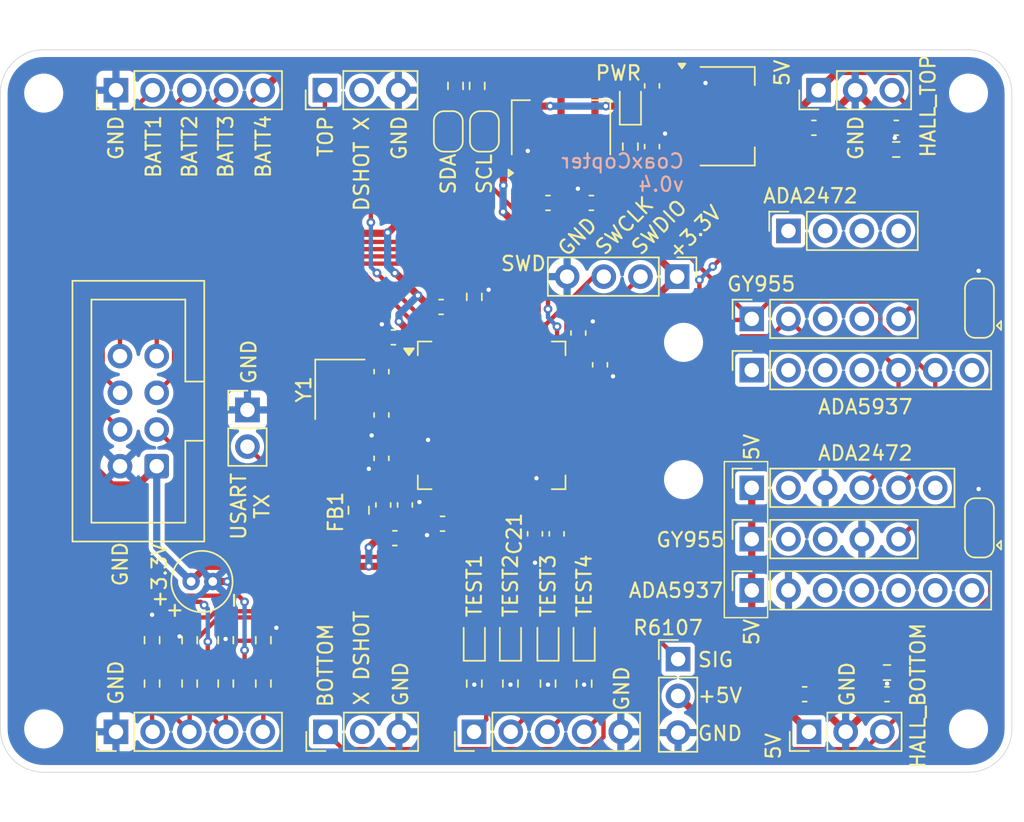
<source format=kicad_pcb>
(kicad_pcb
	(version 20241229)
	(generator "pcbnew")
	(generator_version "9.0")
	(general
		(thickness 1.6)
		(legacy_teardrops no)
	)
	(paper "A4")
	(layers
		(0 "F.Cu" signal)
		(2 "B.Cu" power)
		(9 "F.Adhes" user "F.Adhesive")
		(11 "B.Adhes" user "B.Adhesive")
		(13 "F.Paste" user)
		(15 "B.Paste" user)
		(5 "F.SilkS" user "F.Silkscreen")
		(7 "B.SilkS" user "B.Silkscreen")
		(1 "F.Mask" user)
		(3 "B.Mask" user)
		(17 "Dwgs.User" user "User.Drawings")
		(19 "Cmts.User" user "User.Comments")
		(21 "Eco1.User" user "User.Eco1")
		(23 "Eco2.User" user "User.Eco2")
		(25 "Edge.Cuts" user)
		(27 "Margin" user)
		(31 "F.CrtYd" user "F.Courtyard")
		(29 "B.CrtYd" user "B.Courtyard")
		(35 "F.Fab" user)
		(33 "B.Fab" user)
		(39 "User.1" user)
		(41 "User.2" user)
		(43 "User.3" user)
		(45 "User.4" user)
		(47 "User.5" user)
		(49 "User.6" user)
		(51 "User.7" user)
		(53 "User.8" user)
		(55 "User.9" user)
	)
	(setup
		(stackup
			(layer "F.SilkS"
				(type "Top Silk Screen")
			)
			(layer "F.Paste"
				(type "Top Solder Paste")
			)
			(layer "F.Mask"
				(type "Top Solder Mask")
				(thickness 0.01)
			)
			(layer "F.Cu"
				(type "copper")
				(thickness 0.035)
			)
			(layer "dielectric 1"
				(type "core")
				(thickness 1.51)
				(material "FR4")
				(epsilon_r 4.5)
				(loss_tangent 0.02)
			)
			(layer "B.Cu"
				(type "copper")
				(thickness 0.035)
			)
			(layer "B.Mask"
				(type "Bottom Solder Mask")
				(thickness 0.01)
			)
			(layer "B.Paste"
				(type "Bottom Solder Paste")
			)
			(layer "B.SilkS"
				(type "Bottom Silk Screen")
			)
			(copper_finish "None")
			(dielectric_constraints no)
		)
		(pad_to_mask_clearance 0)
		(allow_soldermask_bridges_in_footprints no)
		(tenting front back)
		(grid_origin 100 85)
		(pcbplotparams
			(layerselection 0x00000000_00000000_55555555_5755f5ff)
			(plot_on_all_layers_selection 0x00000000_00000000_00000000_00000000)
			(disableapertmacros no)
			(usegerberextensions no)
			(usegerberattributes yes)
			(usegerberadvancedattributes yes)
			(creategerberjobfile no)
			(dashed_line_dash_ratio 12.000000)
			(dashed_line_gap_ratio 3.000000)
			(svgprecision 4)
			(plotframeref no)
			(mode 1)
			(useauxorigin no)
			(hpglpennumber 1)
			(hpglpenspeed 20)
			(hpglpendiameter 15.000000)
			(pdf_front_fp_property_popups yes)
			(pdf_back_fp_property_popups yes)
			(pdf_metadata yes)
			(pdf_single_document no)
			(dxfpolygonmode yes)
			(dxfimperialunits yes)
			(dxfusepcbnewfont yes)
			(psnegative no)
			(psa4output no)
			(plot_black_and_white yes)
			(sketchpadsonfab no)
			(plotpadnumbers no)
			(hidednponfab no)
			(sketchdnponfab yes)
			(crossoutdnponfab yes)
			(subtractmaskfromsilk no)
			(outputformat 1)
			(mirror no)
			(drillshape 0)
			(scaleselection 1)
			(outputdirectory "manufacturing/")
		)
	)
	(net 0 "")
	(net 1 "+3.3V")
	(net 2 "GND")
	(net 3 "+3.3VA")
	(net 4 "/HSE_IN")
	(net 5 "/HSE_OUT")
	(net 6 "Net-(D1-K)")
	(net 7 "/SWDIO")
	(net 8 "/SWCLK")
	(net 9 "/MISO")
	(net 10 "/SCK")
	(net 11 "/BATT_V1")
	(net 12 "/BATT_V2")
	(net 13 "/BATT_V3")
	(net 14 "/BATT_V4")
	(net 15 "/BATT_VOLT")
	(net 16 "+5V")
	(net 17 "/HallS_Top")
	(net 18 "/HallS_Bottom")
	(net 19 "/MOSI")
	(net 20 "/DShot_Top")
	(net 21 "/DShot_Bottom")
	(net 22 "/SCL")
	(net 23 "/SDA")
	(net 24 "Net-(BATT1-Pin_2)")
	(net 25 "Net-(BATT1-Pin_4)")
	(net 26 "Net-(BATT1-Pin_3)")
	(net 27 "unconnected-(ADA2472_1-Pin_6-Pad6)")
	(net 28 "unconnected-(ESC_BOTTOM1-Pin_2-Pad2)")
	(net 29 "unconnected-(ESC_TOP1-Pin_2-Pad2)")
	(net 30 "/GY-955_SI")
	(net 31 "/GY-955_SR")
	(net 32 "Net-(D2-K)")
	(net 33 "Net-(D3-K)")
	(net 34 "Net-(D4-K)")
	(net 35 "Net-(D5-K)")
	(net 36 "/nRF24L01_CE")
	(net 37 "/nRF24L01_IRQ")
	(net 38 "/nRF24L01_CSN")
	(net 39 "unconnected-(ADA2472_1-Pin_2-Pad2)")
	(net 40 "unconnected-(U1-PA9-Pad42)")
	(net 41 "unconnected-(U1-PA2-Pad16)")
	(net 42 "unconnected-(U1-PC14-Pad3)")
	(net 43 "unconnected-(U1-PC13-Pad2)")
	(net 44 "unconnected-(ADA2472_2-Pin_3-Pad3)")
	(net 45 "unconnected-(ADA2472_2-Pin_1-Pad1)")
	(net 46 "unconnected-(ADA2472_2-Pin_4-Pad4)")
	(net 47 "unconnected-(ADA2472_2-Pin_2-Pad2)")
	(net 48 "unconnected-(ADA5937_1-Pin_7-Pad7)")
	(net 49 "unconnected-(ADA5937_1-Pin_5-Pad5)")
	(net 50 "unconnected-(ADA5937_1-Pin_6-Pad6)")
	(net 51 "unconnected-(ADA5937_1-Pin_3-Pad3)")
	(net 52 "unconnected-(ADA5937_1-Pin_4-Pad4)")
	(net 53 "unconnected-(ADA5937_2-Pin_7-Pad7)")
	(net 54 "unconnected-(ADA5937_2-Pin_3-Pad3)")
	(net 55 "unconnected-(ADA5937_2-Pin_1-Pad1)")
	(net 56 "unconnected-(ADA5937_2-Pin_2-Pad2)")
	(net 57 "unconnected-(ADA5937_2-Pin_4-Pad4)")
	(net 58 "/NRST")
	(net 59 "/TEST1")
	(net 60 "/TEST2")
	(net 61 "/TEST3")
	(net 62 "/TEST4")
	(net 63 "unconnected-(GY-955_1-Pin_3-Pad3)")
	(net 64 "unconnected-(GY-955_1-Pin_2-Pad2)")
	(net 65 "unconnected-(GY-955_2-Pin_4-Pad4)")
	(net 66 "unconnected-(GY-955_2-Pin_3-Pad3)")
	(net 67 "/BOOT0")
	(net 68 "/R6107")
	(net 69 "Net-(JP3-B)")
	(net 70 "Net-(JP4-B)")
	(net 71 "unconnected-(U1-PB9-Pad62)")
	(net 72 "unconnected-(U1-PB4-Pad56)")
	(net 73 "unconnected-(U1-PA10-Pad43)")
	(net 74 "unconnected-(U1-PB15-Pad36)")
	(net 75 "unconnected-(U1-PA4-Pad20)")
	(net 76 "Net-(U1-VCAP_1)")
	(net 77 "unconnected-(U1-PB14-Pad35)")
	(net 78 "unconnected-(U1-PB6-Pad58)")
	(net 79 "unconnected-(U1-PC0-Pad8)")
	(net 80 "unconnected-(U1-PB3-Pad55)")
	(net 81 "unconnected-(U1-PA1-Pad15)")
	(net 82 "unconnected-(U1-PA12-Pad45)")
	(net 83 "unconnected-(U1-PC3-Pad11)")
	(net 84 "unconnected-(U1-PB10-Pad29)")
	(net 85 "unconnected-(U1-PC7-Pad38)")
	(net 86 "unconnected-(U1-PB7-Pad59)")
	(net 87 "unconnected-(U1-PB5-Pad57)")
	(net 88 "unconnected-(U1-PD2-Pad54)")
	(net 89 "unconnected-(U1-PC2-Pad10)")
	(net 90 "unconnected-(U1-PC15-Pad4)")
	(net 91 "unconnected-(U1-PB8-Pad61)")
	(net 92 "/USART4_TX")
	(footprint "Capacitor_SMD:C_0603_1608Metric" (layer "F.Cu") (at 161.36 104.6))
	(footprint "MountingHole:MountingHole_2.2mm_M2_DIN965" (layer "F.Cu") (at 167 107))
	(footprint "Connector_PinHeader_2.54mm:PinHeader_1x03_P2.54mm_Vertical" (layer "F.Cu") (at 156.62 62.8 90))
	(footprint "Capacitor_SMD:C_0603_1608Metric" (layer "F.Cu") (at 126.375 82.275 -90))
	(footprint "Jumper:SolderJumper-3_P1.3mm_Open_RoundedPad1.0x1.5mm" (layer "F.Cu") (at 167.7575 93.085 90))
	(footprint "Jumper:SolderJumper-3_P1.3mm_Open_RoundedPad1.0x1.5mm" (layer "F.Cu") (at 167.7575 77.885 90))
	(footprint "Package_TO_SOT_SMD:SOT-223-3_TabPin2" (layer "F.Cu") (at 150.3 64.6))
	(footprint "Connector_PinHeader_2.54mm:PinHeader_1x03_P2.54mm_Vertical" (layer "F.Cu") (at 146.9 102.175))
	(footprint "Capacitor_SMD:C_0603_1608Metric" (layer "F.Cu") (at 127.3 93.8))
	(footprint "Resistor_SMD:R_0603_1608Metric" (layer "F.Cu") (at 161.36 103.1))
	(footprint "MountingHole:MountingHole_2.2mm_M2_DIN965" (layer "F.Cu") (at 147.28 89.75))
	(footprint "Capacitor_THT:C_Radial_D4.0mm_H7.0mm_P1.50mm" (layer "F.Cu") (at 114.7 96.8 180))
	(footprint "Capacitor_SMD:C_0603_1608Metric" (layer "F.Cu") (at 140 79.6 90))
	(footprint "LED_SMD:LED_0603_1608Metric" (layer "F.Cu") (at 132.8 100.8 90))
	(footprint "Capacitor_SMD:C_0603_1608Metric" (layer "F.Cu") (at 155.66 104.6))
	(footprint "Resistor_SMD:R_0603_1608Metric" (layer "F.Cu") (at 118.2 103.86 90))
	(footprint "Capacitor_SMD:C_0603_1608Metric" (layer "F.Cu") (at 130.5 77.8))
	(footprint "Resistor_SMD:R_0603_1608Metric" (layer "F.Cu") (at 115.6 103.86 90))
	(footprint "Connector_PinSocket_2.54mm:PinSocket_1x06_P2.54mm_Vertical" (layer "F.Cu") (at 152 90.315 90))
	(footprint "Connector_PinSocket_2.54mm:PinSocket_1x04_P2.54mm_Vertical" (layer "F.Cu") (at 154.54 72.535 90))
	(footprint "Resistor_SMD:R_0603_1608Metric" (layer "F.Cu") (at 162 66.9))
	(footprint "Resistor_SMD:R_0603_1608Metric" (layer "F.Cu") (at 118.2 100.86 -90))
	(footprint "MountingHole:MountingHole_2.2mm_M2_DIN965" (layer "F.Cu") (at 167 63))
	(footprint "Connector_PinHeader_2.54mm:PinHeader_1x05_P2.54mm_Vertical" (layer "F.Cu") (at 108 107.2 90))
	(footprint "Capacitor_SMD:C_0603_1608Metric" (layer "F.Cu") (at 126.375 88.275 90))
	(footprint "Resistor_SMD:R_0603_1608Metric" (layer "F.Cu") (at 131.5 62.5 90))
	(footprint "Crystal:Crystal_SMD_3225-4Pin_3.2x2.5mm" (layer "F.Cu") (at 123.5 83.5 -90))
	(footprint "Capacitor_SMD:C_0603_1608Metric" (layer "F.Cu") (at 162 65.4))
	(footprint "Connector_PinSocket_2.54mm:PinSocket_1x07_P2.54mm_Vertical" (layer "F.Cu") (at 152 97.415 90))
	(footprint "MountingHole:MountingHole_2.2mm_M2_DIN965" (layer "F.Cu") (at 147.28 80.25))
	(footprint "Jumper:SolderJumper-2_P1.3mm_Open_RoundedPad1.0x1.5mm" (layer "F.Cu") (at 133.5 65.65 90))
	(footprint "Capacitor_SMD:C_0603_1608Metric" (layer "F.Cu") (at 141.5 81.8 -90))
	(footprint "Resistor_SMD:R_0603_1608Metric" (layer "F.Cu") (at 110.5 103.86 -90))
	(footprint "Resistor_SMD:R_0603_1608Metric" (layer "F.Cu") (at 113.1 100.86 -90))
	(footprint "Resistor_SMD:R_0603_1608Metric" (layer "F.Cu") (at 132.8 77.1 -90))
	(footprint "Capacitor_SMD:C_0603_1608Metric" (layer "F.Cu") (at 137 93.5 90))
	(footprint "MountingHole:MountingHole_2.2mm_M2_DIN965" (layer "F.Cu") (at 103 63))
	(footprint "Connector_PinHeader_2.54mm:PinHeader_1x02_P2.54mm_Vertical" (layer "F.Cu") (at 117.1 84.925))
	(footprint "Resistor_SMD:R_0603_1608Metric" (layer "F.Cu") (at 140.4 103.8625 90))
	(footprint "Jumper:SolderJumper-2_P1.3mm_Open_RoundedPad1.0x1.5mm" (layer "F.Cu") (at 131 65.65 90))
	(footprint "Capacitor_SMD:C_0603_1608Metric" (layer "F.Cu") (at 138.5 93.5 -90))
	(footprint "MountingHole:MountingHole_2.2mm_M2_DIN965" (layer "F.Cu") (at 103 107))
	(footprint "LED_SMD:LED_0603_1608Metric" (layer "F.Cu") (at 135.3 100.8 90))
	(footprint "Connector_PinHeader_2.54mm:PinHeader_1x03_P2.54mm_Vertical" (layer "F.Cu") (at 122.5 107.2 90))
	(footprint "LED_SMD:LED_0603_1608Metric"
		(layer "F.Cu")
		(uuid "8f0f139a-7a05-4cd6-894a-a285299a20a7")
		(at 137.9 100.8 90)
		(descr "LED SMD 0603 (1608 Metric), square (rectangular) end terminal, IPC_7351 nominal, (Body size source: http://www.tortai-tech.com/upload/download/2011102023233369053.pdf), generated with kicad-footprint-generator")
		(tags "LED")
		(property "Reference" "D4"
			(at 0 -1.43 90)
			(layer "F.Fab")
			(uuid "06599915-a0fe-44ae-990b-db0c0ed86c2b")
			(effects
				(font
					(size 1 1)
					(thickness 0.15)
				)
			)
		)
		(property "Value" "BLUE"
			(at 0 1.43 90)
			(layer "F.Fab")
			(uuid "954b4c86-f8bb-4010-9208-da3c81f8d6f0")
			(effects
				(font
					(size 1 1)
					(thickness 0.15)
				)
			)
		)
		(property "Datasheet" "~"
			(at 0 0 90)
			(unlocked yes)
			(layer "F.Fab")
			(hide yes)
			(uuid "4e6b66df-66cc-44f8-b778-12cee2e67162")
			(effects
				(font
					(size 1.27 1.27)
					(thickness 0.15)
				)
			)
		)
		(property "Description" "Light emitting diode"
			(at 0 0 90)
			(unlocked yes)
			(layer "F.Fab")
			(hide yes)
			(uuid "564a132a-4282-4fa8-88db-53ff1aa3c4bc")
			(effects
				(font
					(size 1.27 1.27)
					(thickness 0.15)
				)
			)
		)
		(property ki_fp_filters "LED* LED_SMD:* LED_THT:*")
		(path "/e175324b-d4f8-4dab-8a9a-bb9dda9d007e")
		(sheetname "/")
		(sheetfile "CoaxPCB.kicad_sch")
		(attr smd)
		(fp_line
			(start 0.8 -0.735)
			(end -1.485 -0.735)
			(stroke
				(width 0.12)
				(type solid)
			)
			(layer "F.SilkS")
			(uuid "86d76062-d9db-499a-960d-5bca87b4a5bc")
		)
		(fp_line
			(start -1.485 -0.735)
			(end -1.485 0.735)
			(stroke
				(width 0.12)
				(type solid)
			)
			(layer "F.SilkS")
			(uuid "9025b2e6-2a5c-4c6b-8318-65c3fa41566e")
		)
		(fp_line
			(start -1.485 0.735)
			(end 0.8 0.735)
			(stroke
				(width 0.12)
				(type solid)
			)
			(layer "F.SilkS")
			(uuid "31f885f6-74d4-4569-a5bd-a6bdfc252950")
		)
		(fp_line
			(start 1.48 -0.73)
			(end 1.48 0.73)
			(stroke
				(width 0.05)
				(type solid)
			)
			(layer "F.CrtYd")
			(uuid "76fb044b-accd-4ace-95f1-9b39af32f243")
		)
		(fp_line
			(start -1.48 -0.73)
			(end 1.48 -0.73)
			(stroke
				(width 0.05)
				(type solid)
			)
			(layer "F.CrtYd")
			(uuid "dd51267d-e6d1-4b0f-981e-3841b3906f4f")
		)
		(fp_line
			(start 1.48 0.73)
			(end -1.48 0.73)
			(stroke
				(width 0.05)
				(type solid)
			)
			(layer "F.CrtYd")
			(uuid "cd4a590b-3869-4cac-b181-7a3878999d84")
		)
		(fp_line
			(start -1.48 0.73)
			(end 
... [453794 chars truncated]
</source>
